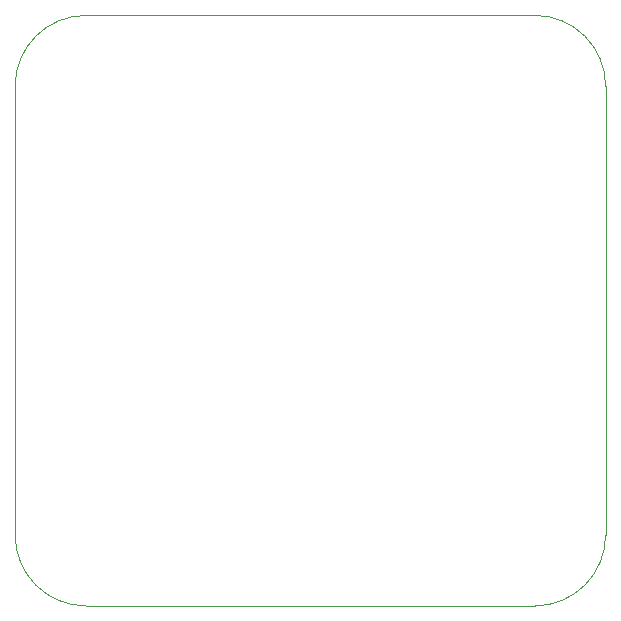
<source format=gbr>
G04 #@! TF.GenerationSoftware,KiCad,Pcbnew,5.1.5-52549c5~86~ubuntu18.04.1*
G04 #@! TF.CreationDate,2020-05-14T11:32:23-04:00*
G04 #@! TF.ProjectId,SoundBoard,536f756e-6442-46f6-9172-642e6b696361,rev?*
G04 #@! TF.SameCoordinates,Original*
G04 #@! TF.FileFunction,Profile,NP*
%FSLAX46Y46*%
G04 Gerber Fmt 4.6, Leading zero omitted, Abs format (unit mm)*
G04 Created by KiCad (PCBNEW 5.1.5-52549c5~86~ubuntu18.04.1) date 2020-05-14 11:32:23*
%MOMM*%
%LPD*%
G04 APERTURE LIST*
%ADD10C,0.050000*%
G04 APERTURE END LIST*
D10*
X65800000Y-141400000D02*
G75*
G02X59800000Y-135400000I0J6000000D01*
G01*
X59800000Y-97400000D02*
G75*
G02X65800000Y-91400000I6000000J0D01*
G01*
X103800000Y-91400000D02*
G75*
G02X109800000Y-97400000I0J-6000000D01*
G01*
X109800000Y-135400000D02*
G75*
G02X103800000Y-141400000I-6000000J0D01*
G01*
X59800000Y-97400000D02*
X59800000Y-127600000D01*
X103800000Y-91400000D02*
X65800000Y-91400000D01*
X109800000Y-135400000D02*
X109800000Y-97400000D01*
X65800000Y-141400000D02*
X103800000Y-141400000D01*
X59800000Y-127600000D02*
X59800000Y-135400000D01*
M02*

</source>
